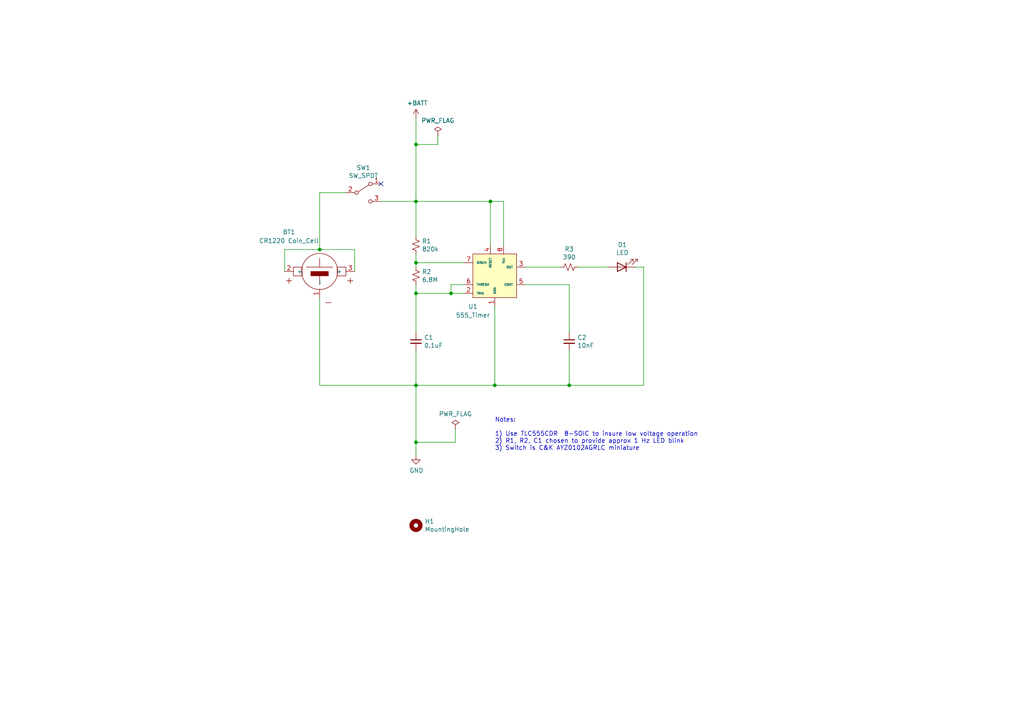
<source format=kicad_sch>
(kicad_sch (version 20211123) (generator eeschema)

  (uuid e63e39d7-6ac0-4ffd-8aa3-1841a4541b55)

  (paper "A4")

  (title_block
    (title "Learn To Solder")
    (date "2020-03-30")
    (rev "0.1")
    (company "FHM")
  )

  (lib_symbols
    (symbol "Device:C_Small" (pin_numbers hide) (pin_names (offset 0.254) hide) (in_bom yes) (on_board yes)
      (property "Reference" "C" (id 0) (at 0.254 1.778 0)
        (effects (font (size 1.27 1.27)) (justify left))
      )
      (property "Value" "C_Small" (id 1) (at 0.254 -2.032 0)
        (effects (font (size 1.27 1.27)) (justify left))
      )
      (property "Footprint" "" (id 2) (at 0 0 0)
        (effects (font (size 1.27 1.27)) hide)
      )
      (property "Datasheet" "~" (id 3) (at 0 0 0)
        (effects (font (size 1.27 1.27)) hide)
      )
      (property "ki_keywords" "capacitor cap" (id 4) (at 0 0 0)
        (effects (font (size 1.27 1.27)) hide)
      )
      (property "ki_description" "Unpolarized capacitor, small symbol" (id 5) (at 0 0 0)
        (effects (font (size 1.27 1.27)) hide)
      )
      (property "ki_fp_filters" "C_*" (id 6) (at 0 0 0)
        (effects (font (size 1.27 1.27)) hide)
      )
      (symbol "C_Small_0_1"
        (polyline
          (pts
            (xy -1.524 -0.508)
            (xy 1.524 -0.508)
          )
          (stroke (width 0.3302) (type default) (color 0 0 0 0))
          (fill (type none))
        )
        (polyline
          (pts
            (xy -1.524 0.508)
            (xy 1.524 0.508)
          )
          (stroke (width 0.3048) (type default) (color 0 0 0 0))
          (fill (type none))
        )
      )
      (symbol "C_Small_1_1"
        (pin passive line (at 0 2.54 270) (length 2.032)
          (name "~" (effects (font (size 1.27 1.27))))
          (number "1" (effects (font (size 1.27 1.27))))
        )
        (pin passive line (at 0 -2.54 90) (length 2.032)
          (name "~" (effects (font (size 1.27 1.27))))
          (number "2" (effects (font (size 1.27 1.27))))
        )
      )
    )
    (symbol "Device:LED" (pin_numbers hide) (pin_names (offset 1.016) hide) (in_bom yes) (on_board yes)
      (property "Reference" "D" (id 0) (at 0 2.54 0)
        (effects (font (size 1.27 1.27)))
      )
      (property "Value" "LED" (id 1) (at 0 -2.54 0)
        (effects (font (size 1.27 1.27)))
      )
      (property "Footprint" "" (id 2) (at 0 0 0)
        (effects (font (size 1.27 1.27)) hide)
      )
      (property "Datasheet" "~" (id 3) (at 0 0 0)
        (effects (font (size 1.27 1.27)) hide)
      )
      (property "ki_keywords" "LED diode" (id 4) (at 0 0 0)
        (effects (font (size 1.27 1.27)) hide)
      )
      (property "ki_description" "Light emitting diode" (id 5) (at 0 0 0)
        (effects (font (size 1.27 1.27)) hide)
      )
      (property "ki_fp_filters" "LED* LED_SMD:* LED_THT:*" (id 6) (at 0 0 0)
        (effects (font (size 1.27 1.27)) hide)
      )
      (symbol "LED_0_1"
        (polyline
          (pts
            (xy -1.27 -1.27)
            (xy -1.27 1.27)
          )
          (stroke (width 0.254) (type default) (color 0 0 0 0))
          (fill (type none))
        )
        (polyline
          (pts
            (xy -1.27 0)
            (xy 1.27 0)
          )
          (stroke (width 0) (type default) (color 0 0 0 0))
          (fill (type none))
        )
        (polyline
          (pts
            (xy 1.27 -1.27)
            (xy 1.27 1.27)
            (xy -1.27 0)
            (xy 1.27 -1.27)
          )
          (stroke (width 0.254) (type default) (color 0 0 0 0))
          (fill (type none))
        )
        (polyline
          (pts
            (xy -3.048 -0.762)
            (xy -4.572 -2.286)
            (xy -3.81 -2.286)
            (xy -4.572 -2.286)
            (xy -4.572 -1.524)
          )
          (stroke (width 0) (type default) (color 0 0 0 0))
          (fill (type none))
        )
        (polyline
          (pts
            (xy -1.778 -0.762)
            (xy -3.302 -2.286)
            (xy -2.54 -2.286)
            (xy -3.302 -2.286)
            (xy -3.302 -1.524)
          )
          (stroke (width 0) (type default) (color 0 0 0 0))
          (fill (type none))
        )
      )
      (symbol "LED_1_1"
        (pin passive line (at -3.81 0 0) (length 2.54)
          (name "K" (effects (font (size 1.27 1.27))))
          (number "1" (effects (font (size 1.27 1.27))))
        )
        (pin passive line (at 3.81 0 180) (length 2.54)
          (name "A" (effects (font (size 1.27 1.27))))
          (number "2" (effects (font (size 1.27 1.27))))
        )
      )
    )
    (symbol "Device:R_Small_US" (pin_numbers hide) (pin_names (offset 0.254) hide) (in_bom yes) (on_board yes)
      (property "Reference" "R" (id 0) (at 0.762 0.508 0)
        (effects (font (size 1.27 1.27)) (justify left))
      )
      (property "Value" "R_Small_US" (id 1) (at 0.762 -1.016 0)
        (effects (font (size 1.27 1.27)) (justify left))
      )
      (property "Footprint" "" (id 2) (at 0 0 0)
        (effects (font (size 1.27 1.27)) hide)
      )
      (property "Datasheet" "~" (id 3) (at 0 0 0)
        (effects (font (size 1.27 1.27)) hide)
      )
      (property "ki_keywords" "r resistor" (id 4) (at 0 0 0)
        (effects (font (size 1.27 1.27)) hide)
      )
      (property "ki_description" "Resistor, small US symbol" (id 5) (at 0 0 0)
        (effects (font (size 1.27 1.27)) hide)
      )
      (property "ki_fp_filters" "R_*" (id 6) (at 0 0 0)
        (effects (font (size 1.27 1.27)) hide)
      )
      (symbol "R_Small_US_1_1"
        (polyline
          (pts
            (xy 0 0)
            (xy 1.016 -0.381)
            (xy 0 -0.762)
            (xy -1.016 -1.143)
            (xy 0 -1.524)
          )
          (stroke (width 0) (type default) (color 0 0 0 0))
          (fill (type none))
        )
        (polyline
          (pts
            (xy 0 1.524)
            (xy 1.016 1.143)
            (xy 0 0.762)
            (xy -1.016 0.381)
            (xy 0 0)
          )
          (stroke (width 0) (type default) (color 0 0 0 0))
          (fill (type none))
        )
        (pin passive line (at 0 2.54 270) (length 1.016)
          (name "~" (effects (font (size 1.27 1.27))))
          (number "1" (effects (font (size 1.27 1.27))))
        )
        (pin passive line (at 0 -2.54 90) (length 1.016)
          (name "~" (effects (font (size 1.27 1.27))))
          (number "2" (effects (font (size 1.27 1.27))))
        )
      )
    )
    (symbol "Mechanical:MountingHole" (pin_names (offset 1.016)) (in_bom yes) (on_board yes)
      (property "Reference" "H" (id 0) (at 0 5.08 0)
        (effects (font (size 1.27 1.27)))
      )
      (property "Value" "MountingHole" (id 1) (at 0 3.175 0)
        (effects (font (size 1.27 1.27)))
      )
      (property "Footprint" "" (id 2) (at 0 0 0)
        (effects (font (size 1.27 1.27)) hide)
      )
      (property "Datasheet" "~" (id 3) (at 0 0 0)
        (effects (font (size 1.27 1.27)) hide)
      )
      (property "ki_keywords" "mounting hole" (id 4) (at 0 0 0)
        (effects (font (size 1.27 1.27)) hide)
      )
      (property "ki_description" "Mounting Hole without connection" (id 5) (at 0 0 0)
        (effects (font (size 1.27 1.27)) hide)
      )
      (property "ki_fp_filters" "MountingHole*" (id 6) (at 0 0 0)
        (effects (font (size 1.27 1.27)) hide)
      )
      (symbol "MountingHole_0_1"
        (circle (center 0 0) (radius 1.27)
          (stroke (width 1.27) (type default) (color 0 0 0 0))
          (fill (type none))
        )
      )
    )
    (symbol "Rosie_SMD-rescue:555_Timer-E_Grrrl_V0-cache-E_Grrrl_V0-rescue" (pin_names (offset 1.016)) (in_bom yes) (on_board yes)
      (property "Reference" "U" (id 0) (at -10.16 16.51 0)
        (effects (font (size 1.27 1.27)))
      )
      (property "Value" "555_Timer-E_Grrrl_V0-cache-E_Grrrl_V0-rescue" (id 1) (at -8.89 13.97 0)
        (effects (font (size 1.27 1.27)))
      )
      (property "Footprint" "" (id 2) (at 0 0 0)
        (effects (font (size 1.27 1.27)) hide)
      )
      (property "Datasheet" "" (id 3) (at 0 0 0)
        (effects (font (size 1.27 1.27)) hide)
      )
      (symbol "555_Timer-E_Grrrl_V0-cache-E_Grrrl_V0-rescue_0_1"
        (rectangle (start -6.35 6.35) (end 6.35 -6.35)
          (stroke (width 0) (type default) (color 0 0 0 0))
          (fill (type background))
        )
      )
      (symbol "555_Timer-E_Grrrl_V0-cache-E_Grrrl_V0-rescue_1_1"
        (pin power_in line (at 0 -8.89 90) (length 2.54)
          (name "GND" (effects (font (size 0.635 0.635))))
          (number "1" (effects (font (size 1.27 1.27))))
        )
        (pin input line (at -8.89 -5.08 0) (length 2.54)
          (name "TRIG" (effects (font (size 0.635 0.635))))
          (number "2" (effects (font (size 1.27 1.27))))
        )
        (pin output line (at 8.89 2.54 180) (length 2.54)
          (name "OUT" (effects (font (size 0.635 0.635))))
          (number "3" (effects (font (size 1.27 1.27))))
        )
        (pin input line (at -1.27 8.89 270) (length 2.54)
          (name "RESET" (effects (font (size 0.635 0.635))))
          (number "4" (effects (font (size 1.27 1.27))))
        )
        (pin input line (at 8.89 -2.54 180) (length 2.54)
          (name "CONT" (effects (font (size 0.635 0.635))))
          (number "5" (effects (font (size 1.27 1.27))))
        )
        (pin input line (at -8.89 -2.54 0) (length 2.54)
          (name "THRESH" (effects (font (size 0.635 0.635))))
          (number "6" (effects (font (size 1.27 1.27))))
        )
        (pin input line (at -8.89 3.81 0) (length 2.54)
          (name "DISCH" (effects (font (size 0.635 0.635))))
          (number "7" (effects (font (size 1.27 1.27))))
        )
        (pin power_in line (at 2.54 8.89 270) (length 2.54)
          (name "Vcc" (effects (font (size 0.635 0.635))))
          (number "8" (effects (font (size 1.27 1.27))))
        )
      )
    )
    (symbol "Rosie_SMD-rescue:CRXXXX_Battery-E_Grrrl-cache-E_Grrrl-rescue" (pin_names (offset 1.016)) (in_bom yes) (on_board yes)
      (property "Reference" "BT" (id 0) (at 0 6.35 0)
        (effects (font (size 1.27 1.27)))
      )
      (property "Value" "CRXXXX_Battery-E_Grrrl-cache-E_Grrrl-rescue" (id 1) (at 0 8.89 0)
        (effects (font (size 1.27 1.27)))
      )
      (property "Footprint" "" (id 2) (at 0 0 0)
        (effects (font (size 1.27 1.27)) hide)
      )
      (property "Datasheet" "" (id 3) (at 0 0 0)
        (effects (font (size 1.27 1.27)) hide)
      )
      (symbol "CRXXXX_Battery-E_Grrrl-cache-E_Grrrl-rescue_0_0"
        (rectangle (start -3.81 1.27) (end 3.81 1.27)
          (stroke (width 0) (type default) (color 0 0 0 0))
          (fill (type none))
        )
        (rectangle (start -2.54 0) (end 2.54 -1.27)
          (stroke (width 0) (type default) (color 0 0 0 0))
          (fill (type outline))
        )
        (rectangle (start 0 -3.81) (end 0 -1.27)
          (stroke (width 0) (type default) (color 0 0 0 0))
          (fill (type none))
        )
        (circle (center 0 0) (radius 5.2324)
          (stroke (width 0) (type default) (color 0 0 0 0))
          (fill (type none))
        )
        (rectangle (start 0 1.27) (end 0 3.81)
          (stroke (width 0) (type default) (color 0 0 0 0))
          (fill (type none))
        )
        (text "+" (at -8.89 -2.54 0)
          (effects (font (size 2.0066 2.0066)))
        )
        (text "+" (at 8.89 -2.54 0)
          (effects (font (size 2.0066 2.0066)))
        )
        (text "-" (at 2.54 -8.89 0)
          (effects (font (size 2.0066 2.0066)))
        )
      )
      (symbol "CRXXXX_Battery-E_Grrrl-cache-E_Grrrl-rescue_0_1"
        (rectangle (start -5.08 1.27) (end -7.62 -1.27)
          (stroke (width 0) (type default) (color 0 0 0 0))
          (fill (type none))
        )
        (rectangle (start 5.08 1.27) (end 7.62 -1.27)
          (stroke (width 0) (type default) (color 0 0 0 0))
          (fill (type none))
        )
      )
      (symbol "CRXXXX_Battery-E_Grrrl-cache-E_Grrrl-rescue_1_1"
        (pin passive line (at 0 -7.62 90) (length 2.54)
          (name "-" (effects (font (size 1.27 1.27))))
          (number "1" (effects (font (size 1.27 1.27))))
        )
        (pin passive line (at -10.16 0 0) (length 2.54)
          (name "+" (effects (font (size 1.27 1.27))))
          (number "2" (effects (font (size 1.27 1.27))))
        )
        (pin passive line (at 10.16 0 180) (length 2.54)
          (name "+" (effects (font (size 1.27 1.27))))
          (number "3" (effects (font (size 1.27 1.27))))
        )
      )
    )
    (symbol "Switch:SW_SPDT" (pin_names (offset 0) hide) (in_bom yes) (on_board yes)
      (property "Reference" "SW" (id 0) (at 0 4.318 0)
        (effects (font (size 1.27 1.27)))
      )
      (property "Value" "SW_SPDT" (id 1) (at 0 -5.08 0)
        (effects (font (size 1.27 1.27)))
      )
      (property "Footprint" "" (id 2) (at 0 0 0)
        (effects (font (size 1.27 1.27)) hide)
      )
      (property "Datasheet" "~" (id 3) (at 0 0 0)
        (effects (font (size 1.27 1.27)) hide)
      )
      (property "ki_keywords" "switch single-pole double-throw spdt ON-ON" (id 4) (at 0 0 0)
        (effects (font (size 1.27 1.27)) hide)
      )
      (property "ki_description" "Switch, single pole double throw" (id 5) (at 0 0 0)
        (effects (font (size 1.27 1.27)) hide)
      )
      (symbol "SW_SPDT_0_0"
        (circle (center -2.032 0) (radius 0.508)
          (stroke (width 0) (type default) (color 0 0 0 0))
          (fill (type none))
        )
        (circle (center 2.032 -2.54) (radius 0.508)
          (stroke (width 0) (type default) (color 0 0 0 0))
          (fill (type none))
        )
      )
      (symbol "SW_SPDT_0_1"
        (polyline
          (pts
            (xy -1.524 0.254)
            (xy 1.651 2.286)
          )
          (stroke (width 0) (type default) (color 0 0 0 0))
          (fill (type none))
        )
        (circle (center 2.032 2.54) (radius 0.508)
          (stroke (width 0) (type default) (color 0 0 0 0))
          (fill (type none))
        )
      )
      (symbol "SW_SPDT_1_1"
        (pin passive line (at 5.08 2.54 180) (length 2.54)
          (name "A" (effects (font (size 1.27 1.27))))
          (number "1" (effects (font (size 1.27 1.27))))
        )
        (pin passive line (at -5.08 0 0) (length 2.54)
          (name "B" (effects (font (size 1.27 1.27))))
          (number "2" (effects (font (size 1.27 1.27))))
        )
        (pin passive line (at 5.08 -2.54 180) (length 2.54)
          (name "C" (effects (font (size 1.27 1.27))))
          (number "3" (effects (font (size 1.27 1.27))))
        )
      )
    )
    (symbol "power:+BATT" (power) (pin_names (offset 0)) (in_bom yes) (on_board yes)
      (property "Reference" "#PWR" (id 0) (at 0 -3.81 0)
        (effects (font (size 1.27 1.27)) hide)
      )
      (property "Value" "+BATT" (id 1) (at 0 3.556 0)
        (effects (font (size 1.27 1.27)))
      )
      (property "Footprint" "" (id 2) (at 0 0 0)
        (effects (font (size 1.27 1.27)) hide)
      )
      (property "Datasheet" "" (id 3) (at 0 0 0)
        (effects (font (size 1.27 1.27)) hide)
      )
      (property "ki_keywords" "power-flag battery" (id 4) (at 0 0 0)
        (effects (font (size 1.27 1.27)) hide)
      )
      (property "ki_description" "Power symbol creates a global label with name \"+BATT\"" (id 5) (at 0 0 0)
        (effects (font (size 1.27 1.27)) hide)
      )
      (symbol "+BATT_0_1"
        (polyline
          (pts
            (xy -0.762 1.27)
            (xy 0 2.54)
          )
          (stroke (width 0) (type default) (color 0 0 0 0))
          (fill (type none))
        )
        (polyline
          (pts
            (xy 0 0)
            (xy 0 2.54)
          )
          (stroke (width 0) (type default) (color 0 0 0 0))
          (fill (type none))
        )
        (polyline
          (pts
            (xy 0 2.54)
            (xy 0.762 1.27)
          )
          (stroke (width 0) (type default) (color 0 0 0 0))
          (fill (type none))
        )
      )
      (symbol "+BATT_1_1"
        (pin power_in line (at 0 0 90) (length 0) hide
          (name "+BATT" (effects (font (size 1.27 1.27))))
          (number "1" (effects (font (size 1.27 1.27))))
        )
      )
    )
    (symbol "power:GND" (power) (pin_names (offset 0)) (in_bom yes) (on_board yes)
      (property "Reference" "#PWR" (id 0) (at 0 -6.35 0)
        (effects (font (size 1.27 1.27)) hide)
      )
      (property "Value" "GND" (id 1) (at 0 -3.81 0)
        (effects (font (size 1.27 1.27)))
      )
      (property "Footprint" "" (id 2) (at 0 0 0)
        (effects (font (size 1.27 1.27)) hide)
      )
      (property "Datasheet" "" (id 3) (at 0 0 0)
        (effects (font (size 1.27 1.27)) hide)
      )
      (property "ki_keywords" "power-flag" (id 4) (at 0 0 0)
        (effects (font (size 1.27 1.27)) hide)
      )
      (property "ki_description" "Power symbol creates a global label with name \"GND\" , ground" (id 5) (at 0 0 0)
        (effects (font (size 1.27 1.27)) hide)
      )
      (symbol "GND_0_1"
        (polyline
          (pts
            (xy 0 0)
            (xy 0 -1.27)
            (xy 1.27 -1.27)
            (xy 0 -2.54)
            (xy -1.27 -1.27)
            (xy 0 -1.27)
          )
          (stroke (width 0) (type default) (color 0 0 0 0))
          (fill (type none))
        )
      )
      (symbol "GND_1_1"
        (pin power_in line (at 0 0 270) (length 0) hide
          (name "GND" (effects (font (size 1.27 1.27))))
          (number "1" (effects (font (size 1.27 1.27))))
        )
      )
    )
    (symbol "power:PWR_FLAG" (power) (pin_numbers hide) (pin_names (offset 0) hide) (in_bom yes) (on_board yes)
      (property "Reference" "#FLG" (id 0) (at 0 1.905 0)
        (effects (font (size 1.27 1.27)) hide)
      )
      (property "Value" "PWR_FLAG" (id 1) (at 0 3.81 0)
        (effects (font (size 1.27 1.27)))
      )
      (property "Footprint" "" (id 2) (at 0 0 0)
        (effects (font (size 1.27 1.27)) hide)
      )
      (property "Datasheet" "~" (id 3) (at 0 0 0)
        (effects (font (size 1.27 1.27)) hide)
      )
      (property "ki_keywords" "power-flag" (id 4) (at 0 0 0)
        (effects (font (size 1.27 1.27)) hide)
      )
      (property "ki_description" "Special symbol for telling ERC where power comes from" (id 5) (at 0 0 0)
        (effects (font (size 1.27 1.27)) hide)
      )
      (symbol "PWR_FLAG_0_0"
        (pin power_out line (at 0 0 90) (length 0)
          (name "pwr" (effects (font (size 1.27 1.27))))
          (number "1" (effects (font (size 1.27 1.27))))
        )
      )
      (symbol "PWR_FLAG_0_1"
        (polyline
          (pts
            (xy 0 0)
            (xy 0 1.27)
            (xy -1.016 1.905)
            (xy 0 2.54)
            (xy 1.016 1.905)
            (xy 0 1.27)
          )
          (stroke (width 0) (type default) (color 0 0 0 0))
          (fill (type none))
        )
      )
    )
  )

  (junction (at 165.1 111.76) (diameter 0) (color 0 0 0 0)
    (uuid 0088d107-13d8-496c-8da6-7bbeb9d096b0)
  )
  (junction (at 92.71 72.39) (diameter 0) (color 0 0 0 0)
    (uuid 0f41a909-27c4-4be2-9d5e-9ae2108c8ff5)
  )
  (junction (at 120.65 41.91) (diameter 0) (color 0 0 0 0)
    (uuid 128e34ce-eee7-477d-b905-a493e98db783)
  )
  (junction (at 143.51 111.76) (diameter 0) (color 0 0 0 0)
    (uuid 4412226e-d975-40a2-921f-502ff4129a95)
  )
  (junction (at 120.65 76.2) (diameter 0) (color 0 0 0 0)
    (uuid 4d4b0fcd-2c79-4fc3-b5fa-7a0741601344)
  )
  (junction (at 120.65 85.09) (diameter 0) (color 0 0 0 0)
    (uuid 53c85970-3e21-4fae-a84f-721cfc0513b5)
  )
  (junction (at 120.65 111.76) (diameter 0) (color 0 0 0 0)
    (uuid 55992e35-fe7b-468a-9b7a-1e4dc931b904)
  )
  (junction (at 120.65 58.42) (diameter 0) (color 0 0 0 0)
    (uuid 6b25f522-8e2d-4cd8-9d5d-a2b80f60133b)
  )
  (junction (at 130.81 85.09) (diameter 0) (color 0 0 0 0)
    (uuid a9ec539a-d80d-40cc-803c-12b6adefe42a)
  )
  (junction (at 120.65 128.27) (diameter 0) (color 0 0 0 0)
    (uuid b6bcc3cf-50de-4a33-bc41-678825c1ecf2)
  )
  (junction (at 142.24 58.42) (diameter 0) (color 0 0 0 0)
    (uuid e12e827e-36be-4503-8eef-6fc7e8bc5d49)
  )

  (no_connect (at 110.49 53.34) (uuid f976e2cc-36f9-4479-a816-2c74d1d5da6f))

  (wire (pts (xy 102.87 72.39) (xy 102.87 78.74))
    (stroke (width 0) (type default) (color 0 0 0 0))
    (uuid 0867287d-2e6a-4d69-a366-c29f88198f2b)
  )
  (wire (pts (xy 165.1 101.6) (xy 165.1 111.76))
    (stroke (width 0) (type default) (color 0 0 0 0))
    (uuid 0d35483a-0b12-46cc-b9f2-896fd6831779)
  )
  (wire (pts (xy 120.65 58.42) (xy 120.65 68.58))
    (stroke (width 0) (type default) (color 0 0 0 0))
    (uuid 1b54105e-6590-4d26-a763-ecfcf81eedc4)
  )
  (wire (pts (xy 120.65 77.47) (xy 120.65 76.2))
    (stroke (width 0) (type default) (color 0 0 0 0))
    (uuid 2bf3f24b-fd30-41a7-a274-9b519491916b)
  )
  (wire (pts (xy 92.71 55.88) (xy 100.33 55.88))
    (stroke (width 0) (type default) (color 0 0 0 0))
    (uuid 3172f2e2-18d2-4a80-ae30-5707b3409798)
  )
  (wire (pts (xy 120.65 85.09) (xy 120.65 96.52))
    (stroke (width 0) (type default) (color 0 0 0 0))
    (uuid 34871042-9d5c-4e29-abdd-a168368c3c22)
  )
  (wire (pts (xy 120.65 58.42) (xy 142.24 58.42))
    (stroke (width 0) (type default) (color 0 0 0 0))
    (uuid 35354519-a28c-40c4-befd-0943e98dea53)
  )
  (wire (pts (xy 142.24 58.42) (xy 142.24 71.12))
    (stroke (width 0) (type default) (color 0 0 0 0))
    (uuid 38f2d955-ea7a-4a21-aba6-02ae23f1bd4a)
  )
  (wire (pts (xy 186.69 77.47) (xy 186.69 111.76))
    (stroke (width 0) (type default) (color 0 0 0 0))
    (uuid 417f13e4-c121-485a-a6b5-8b55e70350b8)
  )
  (wire (pts (xy 120.65 76.2) (xy 134.62 76.2))
    (stroke (width 0) (type default) (color 0 0 0 0))
    (uuid 4831966c-bb32-4bc8-a400-0382a02ffa1c)
  )
  (wire (pts (xy 165.1 111.76) (xy 143.51 111.76))
    (stroke (width 0) (type default) (color 0 0 0 0))
    (uuid 4e66a44f-7fa6-4e16-bf9b-62ec864301a5)
  )
  (wire (pts (xy 130.81 85.09) (xy 134.62 85.09))
    (stroke (width 0) (type default) (color 0 0 0 0))
    (uuid 51c4dc0a-5b9f-4edf-a83f-4a12881e42ef)
  )
  (wire (pts (xy 120.65 128.27) (xy 120.65 132.08))
    (stroke (width 0) (type default) (color 0 0 0 0))
    (uuid 5740c959-93d8-47fd-8f68-62f0109e753d)
  )
  (wire (pts (xy 167.64 77.47) (xy 176.53 77.47))
    (stroke (width 0) (type default) (color 0 0 0 0))
    (uuid 587a157d-dedf-4558-a037-1a94bbba1848)
  )
  (wire (pts (xy 92.71 72.39) (xy 102.87 72.39))
    (stroke (width 0) (type default) (color 0 0 0 0))
    (uuid 632acde9-b7fd-4f04-8cb4-d2cbb06b3595)
  )
  (wire (pts (xy 127 41.91) (xy 120.65 41.91))
    (stroke (width 0) (type default) (color 0 0 0 0))
    (uuid 67621f9e-0a6a-4778-ad69-04dcf300659c)
  )
  (wire (pts (xy 127 39.37) (xy 127 41.91))
    (stroke (width 0) (type default) (color 0 0 0 0))
    (uuid 68e09be7-3bbc-4443-a838-209ce20b2bef)
  )
  (wire (pts (xy 120.65 34.29) (xy 120.65 41.91))
    (stroke (width 0) (type default) (color 0 0 0 0))
    (uuid 6a780180-586a-4241-a52d-dc7a5ffcc966)
  )
  (wire (pts (xy 92.71 55.88) (xy 92.71 72.39))
    (stroke (width 0) (type default) (color 0 0 0 0))
    (uuid 712d6a7d-2b62-464f-b745-fd2a6b0187f6)
  )
  (wire (pts (xy 120.65 82.55) (xy 120.65 85.09))
    (stroke (width 0) (type default) (color 0 0 0 0))
    (uuid 7447a6e7-8205-46ba-afca-d0fa8f90c95a)
  )
  (wire (pts (xy 82.55 78.74) (xy 82.55 72.39))
    (stroke (width 0) (type default) (color 0 0 0 0))
    (uuid 75286985-9fa5-4d30-89c5-493b6e63cd66)
  )
  (wire (pts (xy 92.71 111.76) (xy 120.65 111.76))
    (stroke (width 0) (type default) (color 0 0 0 0))
    (uuid 78f88cf6-751c-4e9b-ae75-fb8b6d44ff39)
  )
  (wire (pts (xy 132.08 128.27) (xy 120.65 128.27))
    (stroke (width 0) (type default) (color 0 0 0 0))
    (uuid 7e08f2a4-63d6-468b-bd8b-ec607077e023)
  )
  (wire (pts (xy 130.81 82.55) (xy 134.62 82.55))
    (stroke (width 0) (type default) (color 0 0 0 0))
    (uuid 842e430f-0c35-45f3-a0b5-95ae7b7ae388)
  )
  (wire (pts (xy 110.49 58.42) (xy 120.65 58.42))
    (stroke (width 0) (type default) (color 0 0 0 0))
    (uuid 8d55e186-3e11-40e8-a65e-b36a8a00069e)
  )
  (wire (pts (xy 165.1 82.55) (xy 165.1 96.52))
    (stroke (width 0) (type default) (color 0 0 0 0))
    (uuid 9702d639-3b1f-4825-8985-b32b9008503d)
  )
  (wire (pts (xy 152.4 77.47) (xy 162.56 77.47))
    (stroke (width 0) (type default) (color 0 0 0 0))
    (uuid 9762c9ed-64d8-4f3e-baf6-f6ba6effc919)
  )
  (wire (pts (xy 146.05 58.42) (xy 146.05 71.12))
    (stroke (width 0) (type default) (color 0 0 0 0))
    (uuid 98e81e80-1f85-4152-be3f-99785ea97751)
  )
  (wire (pts (xy 184.15 77.47) (xy 186.69 77.47))
    (stroke (width 0) (type default) (color 0 0 0 0))
    (uuid 9dab0cb7-2557-4419-963b-5ae736517f62)
  )
  (wire (pts (xy 120.65 111.76) (xy 120.65 128.27))
    (stroke (width 0) (type default) (color 0 0 0 0))
    (uuid a06e8e78-f567-42e6-b645-013b1073ca31)
  )
  (wire (pts (xy 82.55 72.39) (xy 92.71 72.39))
    (stroke (width 0) (type default) (color 0 0 0 0))
    (uuid afd3dbad-e7a8-4e4c-b77c-4065a69aefa2)
  )
  (wire (pts (xy 143.51 88.9) (xy 143.51 111.76))
    (stroke (width 0) (type default) (color 0 0 0 0))
    (uuid b3d08afa-f296-4e3b-8825-73b6331d35bf)
  )
  (wire (pts (xy 132.08 124.46) (xy 132.08 128.27))
    (stroke (width 0) (type default) (color 0 0 0 0))
    (uuid b60c50d1-225e-415c-8712-7acb5e3dc8ea)
  )
  (wire (pts (xy 92.71 86.36) (xy 92.71 111.76))
    (stroke (width 0) (type default) (color 0 0 0 0))
    (uuid c19dbe3c-ced0-48f7-a91d-777569cfb936)
  )
  (wire (pts (xy 186.69 111.76) (xy 165.1 111.76))
    (stroke (width 0) (type default) (color 0 0 0 0))
    (uuid c201e1b2-fc01-4110-bdaa-a33290468c83)
  )
  (wire (pts (xy 130.81 85.09) (xy 120.65 85.09))
    (stroke (width 0) (type default) (color 0 0 0 0))
    (uuid c264c438-a475-4ad4-9915-0f1e6ecf3053)
  )
  (wire (pts (xy 120.65 101.6) (xy 120.65 111.76))
    (stroke (width 0) (type default) (color 0 0 0 0))
    (uuid c3c93de0-69b1-4a04-8e0b-d78caf487c63)
  )
  (wire (pts (xy 120.65 41.91) (xy 120.65 58.42))
    (stroke (width 0) (type default) (color 0 0 0 0))
    (uuid c801d42e-dd94-493e-bd2f-6c3ddad43f55)
  )
  (wire (pts (xy 142.24 58.42) (xy 146.05 58.42))
    (stroke (width 0) (type default) (color 0 0 0 0))
    (uuid dabe541b-b164-4180-97a4-5ca761b86800)
  )
  (wire (pts (xy 120.65 76.2) (xy 120.65 73.66))
    (stroke (width 0) (type default) (color 0 0 0 0))
    (uuid e25ce415-914a-48fe-bf09-324317917b2e)
  )
  (wire (pts (xy 152.4 82.55) (xy 165.1 82.55))
    (stroke (width 0) (type default) (color 0 0 0 0))
    (uuid ec9e24d8-d1c5-40e2-9812-dc315d05f470)
  )
  (wire (pts (xy 130.81 82.55) (xy 130.81 85.09))
    (stroke (width 0) (type default) (color 0 0 0 0))
    (uuid ef1b4b98-541b-4673-a04f-2043250fc40a)
  )
  (wire (pts (xy 143.51 111.76) (xy 120.65 111.76))
    (stroke (width 0) (type default) (color 0 0 0 0))
    (uuid f9865a9f-edb8-49c7-828f-4896e1f3047a)
  )

  (text "Notes:  \n\n1) Use TLC555CDR  8-SOIC to insure low voltage operation\n2) R1, R2, C1 chosen to provide approx 1 Hz LED blink\n3) Switch is C&K AYZ0102AGRLC miniature"
    (at 143.51 130.81 0)
    (effects (font (size 1.27 1.27)) (justify left bottom))
    (uuid 213a2af1-412b-47f4-ab3b-c5f43b6be7a6)
  )

  (symbol (lib_id "Device:R_Small_US") (at 120.65 71.12 0) (unit 1)
    (in_bom yes) (on_board yes)
    (uuid 00000000-0000-0000-0000-00005e7d9279)
    (property "Reference" "R1" (id 0) (at 122.3772 69.9516 0)
      (effects (font (size 1.27 1.27)) (justify left))
    )
    (property "Value" "820k" (id 1) (at 122.3772 72.263 0)
      (effects (font (size 1.27 1.27)) (justify left))
    )
    (property "Footprint" "Resistor_SMD:R_0805_2012Metric_Pad1.15x1.40mm_HandSolder" (id 2) (at 120.65 71.12 0)
      (effects (font (size 1.27 1.27)) hide)
    )
    (property "Datasheet" "~" (id 3) (at 120.65 71.12 0)
      (effects (font (size 1.27 1.27)) hide)
    )
    (pin "1" (uuid 23d35687-89bf-4cdc-87c6-80e91910a1b5))
    (pin "2" (uuid 260a063d-601d-4ab7-899e-b152bac081ed))
  )

  (symbol (lib_id "Device:R_Small_US") (at 120.65 80.01 0) (unit 1)
    (in_bom yes) (on_board yes)
    (uuid 00000000-0000-0000-0000-00005e7dad5f)
    (property "Reference" "R2" (id 0) (at 122.3772 78.8416 0)
      (effects (font (size 1.27 1.27)) (justify left))
    )
    (property "Value" "6.8M" (id 1) (at 122.3772 81.153 0)
      (effects (font (size 1.27 1.27)) (justify left))
    )
    (property "Footprint" "Resistor_SMD:R_0805_2012Metric_Pad1.15x1.40mm_HandSolder" (id 2) (at 120.65 80.01 0)
      (effects (font (size 1.27 1.27)) hide)
    )
    (property "Datasheet" "~" (id 3) (at 120.65 80.01 0)
      (effects (font (size 1.27 1.27)) hide)
    )
    (pin "1" (uuid fbcf2cfa-1143-4dd4-8c82-0e2404a82ee2))
    (pin "2" (uuid d259bb40-e8a4-4e9b-98e7-f72ee6c85196))
  )

  (symbol (lib_id "Device:C_Small") (at 120.65 99.06 0) (unit 1)
    (in_bom yes) (on_board yes)
    (uuid 00000000-0000-0000-0000-00005e7dc512)
    (property "Reference" "C1" (id 0) (at 122.9868 97.8916 0)
      (effects (font (size 1.27 1.27)) (justify left))
    )
    (property "Value" "0.1uF" (id 1) (at 122.9868 100.203 0)
      (effects (font (size 1.27 1.27)) (justify left))
    )
    (property "Footprint" "Resistor_SMD:R_0805_2012Metric_Pad1.15x1.40mm_HandSolder" (id 2) (at 120.65 99.06 0)
      (effects (font (size 1.27 1.27)) hide)
    )
    (property "Datasheet" "https://www.newark.com/vishay/a104k15x7rf5uaa/ceramic-capacitor-0-1uf-50v-x7r/dp/89K8584" (id 3) (at 120.65 99.06 0)
      (effects (font (size 1.27 1.27)) hide)
    )
    (pin "1" (uuid 077ffb99-1963-4e46-a9b2-3ff435a9e6e6))
    (pin "2" (uuid 56a6243c-1598-45e5-bfe0-832d04778962))
  )

  (symbol (lib_id "Device:C_Small") (at 165.1 99.06 0) (unit 1)
    (in_bom yes) (on_board yes)
    (uuid 00000000-0000-0000-0000-00005e7dc93a)
    (property "Reference" "C2" (id 0) (at 167.4368 97.8916 0)
      (effects (font (size 1.27 1.27)) (justify left))
    )
    (property "Value" "10nF" (id 1) (at 167.4368 100.203 0)
      (effects (font (size 1.27 1.27)) (justify left))
    )
    (property "Footprint" "Resistor_SMD:R_0805_2012Metric_Pad1.15x1.40mm_HandSolder" (id 2) (at 165.1 99.06 0)
      (effects (font (size 1.27 1.27)) hide)
    )
    (property "Datasheet" "~" (id 3) (at 165.1 99.06 0)
      (effects (font (size 1.27 1.27)) hide)
    )
    (pin "1" (uuid f1b5b7d4-32c6-43d6-84a0-62060ebc57be))
    (pin "2" (uuid 6567d6aa-a2f6-4f15-b05d-4dbaac530c9a))
  )

  (symbol (lib_id "power:GND") (at 120.65 132.08 0) (unit 1)
    (in_bom yes) (on_board yes)
    (uuid 00000000-0000-0000-0000-00005e7dd841)
    (property "Reference" "#PWR0101" (id 0) (at 120.65 138.43 0)
      (effects (font (size 1.27 1.27)) hide)
    )
    (property "Value" "GND" (id 1) (at 120.777 136.4742 0))
    (property "Footprint" "" (id 2) (at 120.65 132.08 0)
      (effects (font (size 1.27 1.27)) hide)
    )
    (property "Datasheet" "" (id 3) (at 120.65 132.08 0)
      (effects (font (size 1.27 1.27)) hide)
    )
    (pin "1" (uuid 81d287ee-b1c9-4e98-8d66-e001cfe607e2))
  )

  (symbol (lib_id "Device:R_Small_US") (at 165.1 77.47 270) (unit 1)
    (in_bom yes) (on_board yes)
    (uuid 00000000-0000-0000-0000-00005e7e1c82)
    (property "Reference" "R3" (id 0) (at 165.1 72.263 90))
    (property "Value" "390" (id 1) (at 165.1 74.5744 90))
    (property "Footprint" "Resistor_SMD:R_0805_2012Metric_Pad1.15x1.40mm_HandSolder" (id 2) (at 165.1 77.47 0)
      (effects (font (size 1.27 1.27)) hide)
    )
    (property "Datasheet" "~" (id 3) (at 165.1 77.47 0)
      (effects (font (size 1.27 1.27)) hide)
    )
    (pin "1" (uuid aa911be3-1b92-481c-8975-329a44ad5a94))
    (pin "2" (uuid 457414fa-b593-4517-bade-fcce1e588e6f))
  )

  (symbol (lib_id "Device:LED") (at 180.34 77.47 180) (unit 1)
    (in_bom yes) (on_board yes)
    (uuid 00000000-0000-0000-0000-00005e7e2a68)
    (property "Reference" "D1" (id 0) (at 180.5178 70.993 0))
    (property "Value" "LED" (id 1) (at 180.5178 73.3044 0))
    (property "Footprint" "Resistor_SMD:R_0805_2012Metric_Pad1.15x1.40mm_HandSolder" (id 2) (at 180.34 77.47 0)
      (effects (font (size 1.27 1.27)) hide)
    )
    (property "Datasheet" "~" (id 3) (at 180.34 77.47 0)
      (effects (font (size 1.27 1.27)) hide)
    )
    (pin "1" (uuid 1b105113-f935-471e-9300-f012e6cf9008))
    (pin "2" (uuid 7ba34541-1b23-4c8f-ac1d-75271d5cdb08))
  )

  (symbol (lib_id "power:PWR_FLAG") (at 132.08 124.46 0) (unit 1)
    (in_bom yes) (on_board yes)
    (uuid 00000000-0000-0000-0000-00005e7f2d35)
    (property "Reference" "#FLG0101" (id 0) (at 132.08 122.555 0)
      (effects (font (size 1.27 1.27)) hide)
    )
    (property "Value" "PWR_FLAG" (id 1) (at 132.08 120.0658 0))
    (property "Footprint" "" (id 2) (at 132.08 124.46 0)
      (effects (font (size 1.27 1.27)) hide)
    )
    (property "Datasheet" "~" (id 3) (at 132.08 124.46 0)
      (effects (font (size 1.27 1.27)) hide)
    )
    (pin "1" (uuid f8d92cd8-35d6-46b3-9e92-a387bd7992ff))
  )

  (symbol (lib_id "power:PWR_FLAG") (at 127 39.37 0) (unit 1)
    (in_bom yes) (on_board yes)
    (uuid 00000000-0000-0000-0000-00005e7f3ac9)
    (property "Reference" "#FLG0102" (id 0) (at 127 37.465 0)
      (effects (font (size 1.27 1.27)) hide)
    )
    (property "Value" "PWR_FLAG" (id 1) (at 127 34.9758 0))
    (property "Footprint" "" (id 2) (at 127 39.37 0)
      (effects (font (size 1.27 1.27)) hide)
    )
    (property "Datasheet" "~" (id 3) (at 127 39.37 0)
      (effects (font (size 1.27 1.27)) hide)
    )
    (pin "1" (uuid 1b38abb7-c030-45ff-b06c-ed98cadab9ed))
  )

  (symbol (lib_id "Rosie_SMD-rescue:CRXXXX_Battery-E_Grrrl-cache-E_Grrrl-rescue") (at 92.71 78.74 0) (unit 1)
    (in_bom yes) (on_board yes)
    (uuid 00000000-0000-0000-0000-00005e7f8e43)
    (property "Reference" "BT1" (id 0) (at 83.82 67.31 0))
    (property "Value" "CR1220 Coin_Cell" (id 1) (at 83.82 69.85 0))
    (property "Footprint" "Rosie_SMD:Keystone_3002_1x2032" (id 2) (at 92.71 78.74 0)
      (effects (font (size 1.27 1.27)) hide)
    )
    (property "Datasheet" "" (id 3) (at 92.71 78.74 0)
      (effects (font (size 1.27 1.27)) hide)
    )
    (pin "1" (uuid e650a1ef-49d6-461c-927c-393af2632cef))
    (pin "2" (uuid 7191ae26-09cc-4bce-bcac-88fc79a741e5))
    (pin "3" (uuid b36f4ff6-46a0-4150-af1c-46dc28f62df6))
  )

  (symbol (lib_id "Mechanical:MountingHole") (at 120.65 152.4 0) (unit 1)
    (in_bom yes) (on_board yes)
    (uuid 00000000-0000-0000-0000-00005e8060ca)
    (property "Reference" "H1" (id 0) (at 123.19 151.2316 0)
      (effects (font (size 1.27 1.27)) (justify left))
    )
    (property "Value" "MountingHole" (id 1) (at 123.19 153.543 0)
      (effects (font (size 1.27 1.27)) (justify left))
    )
    (property "Footprint" "MountingHole:MountingHole_3.2mm_M3" (id 2) (at 120.65 152.4 0)
      (effects (font (size 1.27 1.27)) hide)
    )
    (property "Datasheet" "~" (id 3) (at 120.65 152.4 0)
      (effects (font (size 1.27 1.27)) hide)
    )
  )

  (symbol (lib_id "power:+BATT") (at 120.65 34.29 0) (unit 1)
    (in_bom yes) (on_board yes)
    (uuid 00000000-0000-0000-0000-00005e828752)
    (property "Reference" "#PWR0102" (id 0) (at 120.65 38.1 0)
      (effects (font (size 1.27 1.27)) hide)
    )
    (property "Value" "+BATT" (id 1) (at 121.031 29.8958 0))
    (property "Footprint" "" (id 2) (at 120.65 34.29 0)
      (effects (font (size 1.27 1.27)) hide)
    )
    (property "Datasheet" "" (id 3) (at 120.65 34.29 0)
      (effects (font (size 1.27 1.27)) hide)
    )
    (pin "1" (uuid c5c924a2-bc0e-4c14-adc4-fe078f64fb1f))
  )

  (symbol (lib_id "Rosie_SMD-rescue:555_Timer-E_Grrrl_V0-cache-E_Grrrl_V0-rescue") (at 143.51 80.01 0) (unit 1)
    (in_bom yes) (on_board yes)
    (uuid 00000000-0000-0000-0000-00005e8315c7)
    (property "Reference" "U1" (id 0) (at 137.16 88.9 0))
    (property "Value" "555_Timer" (id 1) (at 137.16 91.44 0))
    (property "Footprint" "Package_SO:SOIC-8_3.9x4.9mm_P1.27mm" (id 2) (at 143.51 80.01 0)
      (effects (font (size 1.27 1.27)) hide)
    )
    (property "Datasheet" "" (id 3) (at 143.51 80.01 0)
      (effects (font (size 1.27 1.27)) hide)
    )
    (pin "1" (uuid 1ea18858-8f9e-439d-b645-95795a23705c))
    (pin "2" (uuid 1ddd4659-9737-4cd7-abe9-b99340dc3ccc))
    (pin "3" (uuid c7e0938f-9b18-4d30-91b0-1ef6784bcce7))
    (pin "4" (uuid 5b21f87b-558d-4643-ad6d-8779a7c34bb1))
    (pin "5" (uuid 97ef128f-5ebc-49e0-8a60-0bb31425ecac))
    (pin "6" (uuid 41326be6-2bd7-4f78-945e-4148413a46af))
    (pin "7" (uuid e5c3f5b3-a5f3-46be-9b89-679fc8febc4b))
    (pin "8" (uuid 65ed6649-7f77-42ba-8364-96e8d5d3ec59))
  )

  (symbol (lib_id "Switch:SW_SPDT") (at 105.41 55.88 0) (unit 1)
    (in_bom yes) (on_board yes)
    (uuid 00000000-0000-0000-0000-00005eb2726a)
    (property "Reference" "SW1" (id 0) (at 105.41 48.641 0))
    (property "Value" "SW_SPDT" (id 1) (at 105.41 50.9524 0))
    (property "Footprint" "Rosie_SMD:CK_0102AGRLC_Slide_Switch" (id 2) (at 105.41 55.88 0)
      (effects (font (size 1.27 1.27)) hide)
    )
    (property "Datasheet" "~" (id 3) (at 105.41 55.88 0)
      (effects (font (size 1.27 1.27)) hide)
    )
    (pin "1" (uuid 11af36ff-3959-41d6-86f2-35df83d416be))
    (pin "2" (uuid 95367dce-7348-4e46-8b79-617f0b078986))
    (pin "3" (uuid 11e65687-dee5-42e2-a938-d539a0761571))
  )

  (sheet_instances
    (path "/" (page "1"))
  )

  (symbol_instances
    (path "/00000000-0000-0000-0000-00005e7f2d35"
      (reference "#FLG0101") (unit 1) (value "PWR_FLAG") (footprint "")
    )
    (path "/00000000-0000-0000-0000-00005e7f3ac9"
      (reference "#FLG0102") (unit 1) (value "PWR_FLAG") (footprint "")
    )
    (path "/00000000-0000-0000-0000-00005e7dd841"
      (reference "#PWR0101") (unit 1) (value "GND") (footprint "")
    )
    (path "/00000000-0000-0000-0000-00005e828752"
      (reference "#PWR0102") (unit 1) (value "+BATT") (footprint "")
    )
    (path "/00000000-0000-0000-0000-00005e7f8e43"
      (reference "BT1") (unit 1) (value "CR1220 Coin_Cell") (footprint "Rosie_SMD:Keystone_3002_1x2032")
    )
    (path "/00000000-0000-0000-0000-00005e7dc512"
      (reference "C1") (unit 1) (value "0.1uF") (footprint "Resistor_SMD:R_0805_2012Metric_Pad1.15x1.40mm_HandSolder")
    )
    (path "/00000000-0000-0000-0000-00005e7dc93a"
      (reference "C2") (unit 1) (value "10nF") (footprint "Resistor_SMD:R_0805_2012Metric_Pad1.15x1.40mm_HandSolder")
    )
    (path "/00000000-0000-0000-0000-00005e7e2a68"
      (reference "D1") (unit 1) (value "LED") (footprint "Resistor_SMD:R_0805_2012Metric_Pad1.15x1.40mm_HandSolder")
    )
    (path "/00000000-0000-0000-0000-00005e8060ca"
      (reference "H1") (unit 1) (value "MountingHole") (footprint "MountingHole:MountingHole_3.2mm_M3")
    )
    (path "/00000000-0000-0000-0000-00005e7d9279"
      (reference "R1") (unit 1) (value "820k") (footprint "Resistor_SMD:R_0805_2012Metric_Pad1.15x1.40mm_HandSolder")
    )
    (path "/00000000-0000-0000-0000-00005e7dad5f"
      (reference "R2") (unit 1) (value "6.8M") (footprint "Resistor_SMD:R_0805_2012Metric_Pad1.15x1.40mm_HandSolder")
    )
    (path "/00000000-0000-0000-0000-00005e7e1c82"
      (reference "R3") (unit 1) (value "390") (footprint "Resistor_SMD:R_0805_2012Metric_Pad1.15x1.40mm_HandSolder")
    )
    (path "/00000000-0000-0000-0000-00005eb2726a"
      (reference "SW1") (unit 1) (value "SW_SPDT") (footprint "Rosie_SMD:CK_0102AGRLC_Slide_Switch")
    )
    (path "/00000000-0000-0000-0000-00005e8315c7"
      (reference "U1") (unit 1) (value "555_Timer") (footprint "Package_SO:SOIC-8_3.9x4.9mm_P1.27mm")
    )
  )
)

</source>
